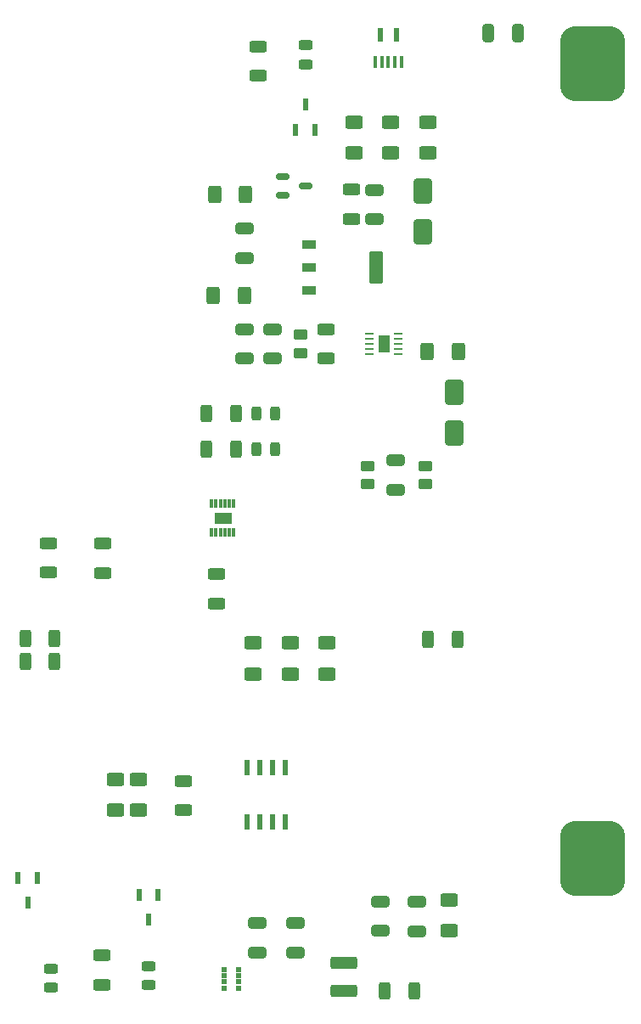
<source format=gbr>
%TF.GenerationSoftware,KiCad,Pcbnew,(7.0.0)*%
%TF.CreationDate,2023-04-24T13:22:53+02:00*%
%TF.ProjectId,EnviroHAT,456e7669-726f-4484-9154-2e6b69636164,rev?*%
%TF.SameCoordinates,Original*%
%TF.FileFunction,Paste,Top*%
%TF.FilePolarity,Positive*%
%FSLAX46Y46*%
G04 Gerber Fmt 4.6, Leading zero omitted, Abs format (unit mm)*
G04 Created by KiCad (PCBNEW (7.0.0)) date 2023-04-24 13:22:53*
%MOMM*%
%LPD*%
G01*
G04 APERTURE LIST*
G04 Aperture macros list*
%AMRoundRect*
0 Rectangle with rounded corners*
0 $1 Rounding radius*
0 $2 $3 $4 $5 $6 $7 $8 $9 X,Y pos of 4 corners*
0 Add a 4 corners polygon primitive as box body*
4,1,4,$2,$3,$4,$5,$6,$7,$8,$9,$2,$3,0*
0 Add four circle primitives for the rounded corners*
1,1,$1+$1,$2,$3*
1,1,$1+$1,$4,$5*
1,1,$1+$1,$6,$7*
1,1,$1+$1,$8,$9*
0 Add four rect primitives between the rounded corners*
20,1,$1+$1,$2,$3,$4,$5,0*
20,1,$1+$1,$4,$5,$6,$7,0*
20,1,$1+$1,$6,$7,$8,$9,0*
20,1,$1+$1,$8,$9,$2,$3,0*%
G04 Aperture macros list end*
%ADD10C,0.010000*%
%ADD11RoundRect,0.243750X0.243750X0.456250X-0.243750X0.456250X-0.243750X-0.456250X0.243750X-0.456250X0*%
%ADD12RoundRect,0.250000X-0.625000X0.400000X-0.625000X-0.400000X0.625000X-0.400000X0.625000X0.400000X0*%
%ADD13RoundRect,0.088500X-0.206500X0.516500X-0.206500X-0.516500X0.206500X-0.516500X0.206500X0.516500X0*%
%ADD14RoundRect,0.250000X0.625000X-0.400000X0.625000X0.400000X-0.625000X0.400000X-0.625000X-0.400000X0*%
%ADD15RoundRect,0.250000X0.625000X-0.312500X0.625000X0.312500X-0.625000X0.312500X-0.625000X-0.312500X0*%
%ADD16RoundRect,0.250000X-0.312500X-0.625000X0.312500X-0.625000X0.312500X0.625000X-0.312500X0.625000X0*%
%ADD17RoundRect,0.250000X0.650000X-0.325000X0.650000X0.325000X-0.650000X0.325000X-0.650000X-0.325000X0*%
%ADD18RoundRect,0.093000X-0.562000X0.372000X-0.562000X-0.372000X0.562000X-0.372000X0.562000X0.372000X0*%
%ADD19RoundRect,0.131000X-0.524000X1.489000X-0.524000X-1.489000X0.524000X-1.489000X0.524000X1.489000X0*%
%ADD20RoundRect,0.250000X-0.450000X0.262500X-0.450000X-0.262500X0.450000X-0.262500X0.450000X0.262500X0*%
%ADD21RoundRect,0.250000X-1.075000X0.375000X-1.075000X-0.375000X1.075000X-0.375000X1.075000X0.375000X0*%
%ADD22RoundRect,0.250000X-0.650000X0.325000X-0.650000X-0.325000X0.650000X-0.325000X0.650000X0.325000X0*%
%ADD23RoundRect,0.250000X0.312500X0.625000X-0.312500X0.625000X-0.312500X-0.625000X0.312500X-0.625000X0*%
%ADD24RoundRect,0.243750X0.456250X-0.243750X0.456250X0.243750X-0.456250X0.243750X-0.456250X-0.243750X0*%
%ADD25RoundRect,0.250000X-0.625000X0.312500X-0.625000X-0.312500X0.625000X-0.312500X0.625000X0.312500X0*%
%ADD26RoundRect,0.250000X0.450000X-0.262500X0.450000X0.262500X-0.450000X0.262500X-0.450000X-0.262500X0*%
%ADD27RoundRect,0.250000X0.400000X0.625000X-0.400000X0.625000X-0.400000X-0.625000X0.400000X-0.625000X0*%
%ADD28RoundRect,0.150000X-0.512500X-0.150000X0.512500X-0.150000X0.512500X0.150000X-0.512500X0.150000X0*%
%ADD29RoundRect,0.088500X0.206500X-0.516500X0.206500X0.516500X-0.206500X0.516500X-0.206500X-0.516500X0*%
%ADD30RoundRect,0.250000X-0.650000X1.000000X-0.650000X-1.000000X0.650000X-1.000000X0.650000X1.000000X0*%
%ADD31RoundRect,1.625000X1.625000X-2.125000X1.625000X2.125000X-1.625000X2.125000X-1.625000X-2.125000X0*%
%ADD32R,0.510000X0.500000*%
%ADD33RoundRect,0.250000X-0.400000X-0.625000X0.400000X-0.625000X0.400000X0.625000X-0.400000X0.625000X0*%
%ADD34RoundRect,0.243750X-0.456250X0.243750X-0.456250X-0.243750X0.456250X-0.243750X0.456250X0.243750X0*%
%ADD35RoundRect,0.007500X0.117500X-0.412500X0.117500X0.412500X-0.117500X0.412500X-0.117500X-0.412500X0*%
%ADD36R,0.860000X0.260000*%
%ADD37R,0.400000X1.250000*%
%ADD38R,0.600000X1.350000*%
%ADD39R,0.600000X1.550000*%
%ADD40RoundRect,0.250000X0.325000X0.650000X-0.325000X0.650000X-0.325000X-0.650000X0.325000X-0.650000X0*%
G04 APERTURE END LIST*
%TO.C,U2*%
G36*
X140617000Y-89010500D02*
G01*
X139037000Y-89010500D01*
X139037000Y-87990500D01*
X140617000Y-87990500D01*
X140617000Y-89010500D01*
G37*
D10*
X140617000Y-89010500D02*
X139037000Y-89010500D01*
X139037000Y-87990500D01*
X140617000Y-87990500D01*
X140617000Y-89010500D01*
%TO.C,U5*%
G36*
X156404500Y-71921540D02*
G01*
X155403538Y-71921540D01*
X155403538Y-70320000D01*
X156404500Y-70320000D01*
X156404500Y-71921540D01*
G37*
X156404500Y-71921540D02*
X155403538Y-71921540D01*
X155403538Y-70320000D01*
X156404500Y-70320000D01*
X156404500Y-71921540D01*
%TD*%
D11*
%TO.C,D5*%
X145082500Y-78105000D03*
X143207500Y-78105000D03*
%TD*%
D12*
%TO.C,R4*%
X146558000Y-100965000D03*
X146558000Y-104065000D03*
%TD*%
D13*
%TO.C,Q2*%
X120396000Y-126858000D03*
X119446000Y-124348000D03*
X121346000Y-124348000D03*
%TD*%
D14*
%TO.C,R28*%
X129159000Y-117628000D03*
X129159000Y-114528000D03*
%TD*%
D15*
%TO.C,R7*%
X127762000Y-132089500D03*
X127762000Y-135014500D03*
%TD*%
D16*
%TO.C,R27*%
X120142000Y-102795000D03*
X123067000Y-102795000D03*
%TD*%
D17*
%TO.C,C3*%
X155575000Y-129667000D03*
X155575000Y-126717000D03*
%TD*%
D18*
%TO.C,U7*%
X148420000Y-61210000D03*
X148420000Y-63500000D03*
X148420000Y-65790000D03*
D19*
X155110000Y-63500000D03*
%TD*%
D12*
%TO.C,R17*%
X160274000Y-48996000D03*
X160274000Y-52096000D03*
%TD*%
D20*
%TO.C,R22*%
X160020000Y-83288500D03*
X160020000Y-85113500D03*
%TD*%
D21*
%TO.C,Q4*%
X151892000Y-132839000D03*
X151892000Y-135639000D03*
%TD*%
D22*
%TO.C,C10*%
X141986000Y-69645000D03*
X141986000Y-72595000D03*
%TD*%
D23*
%TO.C,R19*%
X141162500Y-81661000D03*
X138237500Y-81661000D03*
%TD*%
D16*
%TO.C,R9*%
X120142000Y-100509000D03*
X123067000Y-100509000D03*
%TD*%
D24*
%TO.C,D1*%
X132461000Y-133174500D03*
X132461000Y-135049500D03*
%TD*%
D25*
%TO.C,R2*%
X127889000Y-91059000D03*
X127889000Y-93984000D03*
%TD*%
D12*
%TO.C,R15*%
X156591000Y-48996000D03*
X156591000Y-52096000D03*
%TD*%
D23*
%TO.C,R18*%
X141162500Y-78105000D03*
X138237500Y-78105000D03*
%TD*%
%TO.C,R11*%
X158942500Y-135636000D03*
X156017500Y-135636000D03*
%TD*%
D24*
%TO.C,D2*%
X122682000Y-133428500D03*
X122682000Y-135303500D03*
%TD*%
D12*
%TO.C,R10*%
X162433000Y-126567000D03*
X162433000Y-129667000D03*
%TD*%
D26*
%TO.C,R20*%
X154305000Y-85113500D03*
X154305000Y-83288500D03*
%TD*%
D27*
%TO.C,R21*%
X142113000Y-56261000D03*
X139013000Y-56261000D03*
%TD*%
D28*
%TO.C,U6*%
X145801500Y-54422000D03*
X145801500Y-56322000D03*
X148076500Y-55372000D03*
%TD*%
D12*
%TO.C,R5*%
X150241000Y-100965000D03*
X150241000Y-104065000D03*
%TD*%
D25*
%TO.C,R6*%
X122428000Y-93918500D03*
X122428000Y-90993500D03*
%TD*%
D15*
%TO.C,R8*%
X135890000Y-114690500D03*
X135890000Y-117615500D03*
%TD*%
D29*
%TO.C,Q5*%
X147132000Y-49754000D03*
X149032000Y-49754000D03*
X148082000Y-47244000D03*
%TD*%
D30*
%TO.C,D8*%
X162941000Y-75978000D03*
X162941000Y-79978000D03*
%TD*%
D31*
%TO.C,BT1*%
X176767000Y-43154000D03*
X176767000Y-122454000D03*
%TD*%
D22*
%TO.C,C5*%
X154940000Y-55760500D03*
X154940000Y-58710500D03*
%TD*%
D12*
%TO.C,R3*%
X142875000Y-100965000D03*
X142875000Y-104065000D03*
%TD*%
D15*
%TO.C,R14*%
X152654000Y-58678000D03*
X152654000Y-55753000D03*
%TD*%
D32*
%TO.C,U4*%
X139953999Y-135381999D03*
X139953999Y-134743999D03*
X139953999Y-134123999D03*
X139953999Y-133485999D03*
X141393999Y-133485999D03*
X141393999Y-134123999D03*
X141393999Y-134743999D03*
X141393999Y-135381999D03*
%TD*%
D30*
%TO.C,D4*%
X159766000Y-55912000D03*
X159766000Y-59912000D03*
%TD*%
D12*
%TO.C,R16*%
X152908000Y-48996000D03*
X152908000Y-52096000D03*
%TD*%
D16*
%TO.C,R25*%
X160335500Y-100584000D03*
X163260500Y-100584000D03*
%TD*%
D25*
%TO.C,R23*%
X143383000Y-41463500D03*
X143383000Y-44388500D03*
%TD*%
D33*
%TO.C,R24*%
X160248000Y-71882000D03*
X163348000Y-71882000D03*
%TD*%
D34*
%TO.C,D7*%
X148082000Y-41353500D03*
X148082000Y-43228500D03*
%TD*%
D35*
%TO.C,U2*%
X138702000Y-89935500D03*
X139152000Y-89935500D03*
X139602000Y-89935500D03*
X140052000Y-89935500D03*
X140502000Y-89935500D03*
X140952000Y-89935500D03*
X140952000Y-87065500D03*
X140502000Y-87065500D03*
X140052000Y-87065500D03*
X139602000Y-87065500D03*
X139152000Y-87065500D03*
X138702000Y-87065500D03*
%TD*%
D22*
%TO.C,C7*%
X141986000Y-59612000D03*
X141986000Y-62562000D03*
%TD*%
D36*
%TO.C,U5*%
X154469499Y-70119999D03*
X154469499Y-70619999D03*
X154469499Y-71119999D03*
X154469499Y-71619999D03*
X154469499Y-72119999D03*
X157339499Y-72119999D03*
X157339499Y-71619999D03*
X157339499Y-71119999D03*
X157339499Y-70619999D03*
X157339499Y-70119999D03*
%TD*%
D14*
%TO.C,R29*%
X131445000Y-117628000D03*
X131445000Y-114528000D03*
%TD*%
D17*
%TO.C,C2*%
X147114000Y-131826000D03*
X147114000Y-128876000D03*
%TD*%
D20*
%TO.C,R12*%
X147574000Y-70207500D03*
X147574000Y-72032500D03*
%TD*%
D11*
%TO.C,D6*%
X145082500Y-81661000D03*
X143207500Y-81661000D03*
%TD*%
D22*
%TO.C,C9*%
X144780000Y-69645000D03*
X144780000Y-72595000D03*
%TD*%
D27*
%TO.C,R26*%
X142012000Y-66294000D03*
X138912000Y-66294000D03*
%TD*%
D37*
%TO.C,J4*%
X157636999Y-42982999D03*
X156986999Y-42982999D03*
X156336999Y-42982999D03*
X155686999Y-42982999D03*
X155036999Y-42982999D03*
D38*
X155536999Y-40332999D03*
X157136999Y-40332999D03*
%TD*%
D17*
%TO.C,C1*%
X143256000Y-131826000D03*
X143256000Y-128876000D03*
%TD*%
D15*
%TO.C,R13*%
X150114000Y-72582500D03*
X150114000Y-69657500D03*
%TD*%
D22*
%TO.C,C6*%
X157099000Y-82726000D03*
X157099000Y-85676000D03*
%TD*%
D25*
%TO.C,R1*%
X139192000Y-94103000D03*
X139192000Y-97028000D03*
%TD*%
D39*
%TO.C,U3*%
X146049999Y-113377999D03*
X144779999Y-113377999D03*
X143509999Y-113377999D03*
X142239999Y-113377999D03*
X142239999Y-118777999D03*
X143509999Y-118777999D03*
X144779999Y-118777999D03*
X146049999Y-118777999D03*
%TD*%
D40*
%TO.C,C8*%
X169291000Y-40132000D03*
X166341000Y-40132000D03*
%TD*%
D13*
%TO.C,Q1*%
X132461000Y-128569500D03*
X131511000Y-126059500D03*
X133411000Y-126059500D03*
%TD*%
D17*
%TO.C,C4*%
X159238300Y-129692300D03*
X159238300Y-126742300D03*
%TD*%
M02*

</source>
